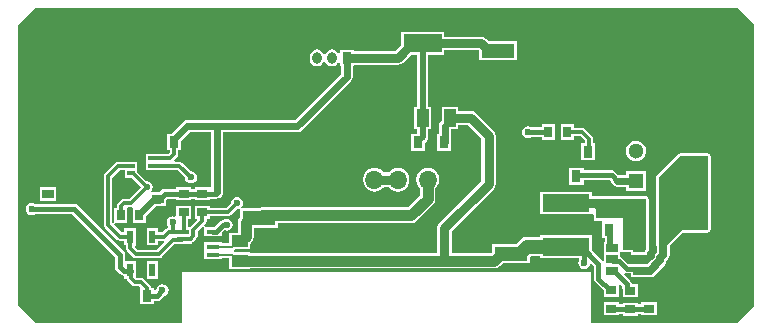
<source format=gbr>
%TF.GenerationSoftware,Altium Limited,Altium Designer,20.2.4 (192)*%
G04 Layer_Physical_Order=1*
G04 Layer_Color=255*
%FSLAX26Y26*%
%MOIN*%
%TF.SameCoordinates,9C3109D4-F3AC-4D1D-A7B6-62ECB7B5C8B4*%
%TF.FilePolarity,Positive*%
%TF.FileFunction,Copper,L1,Top,Signal*%
%TF.Part,Single*%
G01*
G75*
%TA.AperFunction,SMDPad,CuDef*%
%ADD10R,0.025591X0.011811*%
%ADD11R,0.031496X0.039370*%
%ADD12R,0.110630X0.048819*%
%ADD13R,0.030000X0.038433*%
%ADD14R,0.038433X0.030000*%
%ADD15R,0.027559X0.035433*%
%ADD16R,0.023622X0.043307*%
%ADD17R,0.039000X0.059000*%
%ADD18R,0.129000X0.059000*%
%ADD19R,0.039370X0.027559*%
%ADD20R,0.042000X0.016535*%
%ADD21R,0.048819X0.110630*%
%ADD22R,0.157480X0.059055*%
%ADD23R,0.055118X0.039370*%
%ADD24R,0.035433X0.027559*%
%TA.AperFunction,Conductor*%
%ADD25C,0.023622*%
%ADD26C,0.011811*%
%ADD27C,0.017716*%
%ADD28C,0.015748*%
%ADD29C,0.031496*%
%ADD30C,0.035433*%
%ADD31C,0.021654*%
%ADD32C,0.029528*%
%ADD33C,0.047244*%
%ADD34C,0.015000*%
%ADD35C,0.019685*%
%ADD36C,0.027559*%
%ADD37C,0.007874*%
%TA.AperFunction,ComponentPad*%
%ADD38R,0.051181X0.051181*%
%ADD39C,0.051181*%
%TA.AperFunction,ViaPad*%
%ADD40C,0.137795*%
%TA.AperFunction,ComponentPad*%
%ADD41R,0.051181X0.068898*%
%ADD42O,0.059055X0.062992*%
%ADD43R,0.040000X0.031496*%
%ADD44O,0.040000X0.031496*%
%ADD45O,0.031496X0.040000*%
%ADD46R,0.031496X0.040000*%
%ADD47C,0.059055*%
%ADD48R,0.059055X0.059055*%
%TA.AperFunction,ViaPad*%
%ADD49C,0.275591*%
%ADD50C,0.023622*%
G36*
X2401575Y1055118D02*
X2455709Y1000984D01*
X2455708Y62992D01*
X2397638Y4921D01*
X1912402Y4921D01*
X1912402Y174213D01*
X548229Y174213D01*
X548228Y4922D01*
X62992D01*
X3937Y63977D01*
X3937Y1000000D01*
X59055Y1055118D01*
X2401575Y1055118D01*
D02*
G37*
%LPC*%
G36*
X1423752Y974366D02*
X1279004D01*
Y932260D01*
X1258605Y911861D01*
X1122244D01*
Y916654D01*
X1075000D01*
Y905072D01*
X1070000Y903556D01*
X1065652Y910062D01*
X1057839Y915283D01*
X1048622Y917116D01*
X1039405Y915283D01*
X1031591Y910062D01*
X1026370Y902248D01*
X1026171Y901245D01*
X1021073D01*
X1020874Y902248D01*
X1015653Y910062D01*
X1007839Y915283D01*
X998622Y917116D01*
X989405Y915283D01*
X981591Y910062D01*
X976370Y902248D01*
X974537Y893032D01*
Y884528D01*
X976370Y875311D01*
X981591Y867497D01*
X989405Y862276D01*
X998622Y860443D01*
X1007839Y862276D01*
X1015653Y867497D01*
X1020874Y875311D01*
X1021073Y876314D01*
X1026171D01*
X1026370Y875311D01*
X1031591Y867497D01*
X1039405Y862276D01*
X1048622Y860443D01*
X1057839Y862276D01*
X1065652Y867497D01*
X1070000Y874003D01*
X1075000Y872486D01*
Y860905D01*
X1078551D01*
Y835282D01*
X925273Y682004D01*
X567051D01*
X559370Y680476D01*
X552859Y676125D01*
X511680Y634946D01*
X499945D01*
Y614943D01*
X499934Y614886D01*
X499945Y614829D01*
Y580765D01*
X508769D01*
Y574717D01*
X503220Y569168D01*
X450197D01*
X448840Y568898D01*
X429528D01*
Y541339D01*
Y515748D01*
X448840D01*
X450197Y515478D01*
X534865D01*
X559424Y490920D01*
X559390Y490752D01*
X560918Y483071D01*
X565269Y476560D01*
X571780Y472209D01*
X579461Y470681D01*
X587142Y472209D01*
X593653Y476560D01*
X598004Y483071D01*
X599532Y490752D01*
X598004Y498432D01*
X593653Y504944D01*
X587142Y509295D01*
X579461Y510822D01*
X579293Y510789D01*
X550620Y539462D01*
X546062Y542508D01*
X540685Y543577D01*
X524438D01*
X522367Y548577D01*
X532753Y558963D01*
X535799Y563521D01*
X536868Y568898D01*
Y580765D01*
X545693D01*
Y612191D01*
X575365Y641862D01*
X647080D01*
Y459608D01*
X642716Y458071D01*
Y458071D01*
X591535D01*
Y453477D01*
X580315D01*
Y458071D01*
X529134D01*
Y453477D01*
X491405D01*
X484877Y452179D01*
X479342Y448481D01*
X471468Y440606D01*
X450095D01*
X447422Y445606D01*
X450136Y449669D01*
X451664Y457349D01*
X450136Y465030D01*
X445786Y471541D01*
X439274Y475892D01*
X431594Y477420D01*
X430911Y477284D01*
X400000Y508195D01*
Y543307D01*
X380688D01*
X379331Y543577D01*
X336946D01*
X331570Y542508D01*
X327012Y539462D01*
X293215Y505666D01*
X290170Y501108D01*
X289100Y495731D01*
Y332480D01*
X290170Y327104D01*
X293215Y322546D01*
X332388Y283373D01*
X336946Y280327D01*
X342323Y279258D01*
X356299D01*
Y263780D01*
X361935D01*
Y256496D01*
X363004Y251119D01*
X366050Y246561D01*
X386325Y226286D01*
X390883Y223240D01*
X396260Y222171D01*
X472441D01*
X477817Y223240D01*
X482375Y226286D01*
X524126Y268037D01*
X550000D01*
X551357Y268307D01*
X581236D01*
Y273427D01*
X583265Y273831D01*
X587823Y276877D01*
X588296Y277584D01*
X589004Y278058D01*
X597076Y286130D01*
X600122Y290688D01*
X601191Y296064D01*
Y309633D01*
X619018Y327459D01*
X623488Y324859D01*
X623488Y321729D01*
Y293898D01*
X681236D01*
Y304655D01*
X690767Y314185D01*
X691138Y313937D01*
X698819Y312409D01*
X706500Y313937D01*
X713011Y318288D01*
X717362Y324800D01*
X718890Y332480D01*
X717362Y340161D01*
X713011Y346672D01*
X706500Y351023D01*
X698819Y352551D01*
X691138Y351023D01*
X685726Y347407D01*
X685225D01*
X685224Y347407D01*
X679080Y346185D01*
X673871Y342704D01*
X657348Y326181D01*
X628289D01*
X624811Y326181D01*
X622210Y330652D01*
X627061Y335502D01*
X630106Y340060D01*
X631176Y345437D01*
Y352953D01*
X642716D01*
Y360557D01*
X701575D01*
X706951Y361626D01*
X711509Y364672D01*
X732312Y385475D01*
X732480Y385441D01*
X738898Y386718D01*
X742692Y384587D01*
X743898Y383452D01*
Y359294D01*
X743164Y358804D01*
X737508Y350339D01*
X735522Y340354D01*
Y306299D01*
X706693D01*
Y270901D01*
X698819D01*
X698818Y270901D01*
X681433D01*
Y275000D01*
X623685D01*
Y249409D01*
X623488D01*
Y217126D01*
X681236D01*
Y221225D01*
X706693D01*
Y185827D01*
X777559D01*
Y187294D01*
X1590394D01*
X1600379Y189280D01*
X1608843Y194936D01*
X1618396Y204488D01*
X1707874D01*
Y224129D01*
X1711820Y228075D01*
X1744095D01*
Y222441D01*
X1873707D01*
Y216126D01*
X1871221Y212405D01*
X1869693Y204724D01*
X1871221Y197044D01*
X1875572Y190532D01*
X1882083Y186181D01*
X1889764Y184654D01*
X1897445Y186181D01*
X1903956Y190532D01*
X1908307Y197044D01*
X1909165Y201359D01*
X1914591Y203005D01*
X1921333Y196263D01*
Y153543D01*
X1922526Y147544D01*
X1925924Y142459D01*
X1954724Y113659D01*
Y92520D01*
X2005905D01*
X2005906Y132087D01*
Y132336D01*
Y132336D01*
X2005906Y132785D01*
X2006748Y133134D01*
X2010905Y134856D01*
X2017415Y128346D01*
Y119862D01*
X2017717Y118347D01*
Y91929D01*
X2068898D01*
Y135236D01*
X2048687D01*
X2047572Y140837D01*
X2044175Y145923D01*
X2023003Y167094D01*
X2024998Y171644D01*
X2025308Y171860D01*
X2031027Y170722D01*
X2045654D01*
Y158465D01*
X2072080D01*
X2074213Y158040D01*
X2109252D01*
X2117701Y159721D01*
X2124863Y164507D01*
X2159312Y198956D01*
X2164098Y206118D01*
X2165732Y214335D01*
X2169155Y217757D01*
X2173940Y224920D01*
X2175621Y233369D01*
Y264661D01*
X2217892Y306932D01*
X2299614Y306932D01*
X2299615Y306932D01*
X2302687Y307543D01*
X2305291Y309284D01*
X2308827Y312819D01*
X2310567Y315424D01*
X2311178Y318496D01*
X2311176Y562651D01*
X2310565Y565723D01*
X2308825Y568328D01*
X2306220Y570068D01*
X2303148Y570679D01*
X2208834Y570679D01*
X2205762Y570068D01*
X2203157Y568328D01*
X2203157Y568327D01*
X2132119Y497287D01*
X2132118Y497287D01*
X2130378Y494683D01*
X2129767Y491610D01*
X2129767Y265748D01*
X2130378Y262676D01*
X2131466Y261048D01*
Y242514D01*
X2128089Y239137D01*
X2123304Y231975D01*
X2121669Y223758D01*
X2100107Y202196D01*
X2074213D01*
X2072080Y201772D01*
X2069448D01*
X2067933Y202073D01*
X2037520D01*
X2017269Y222324D01*
X2012184Y225722D01*
X2009465Y226263D01*
Y242218D01*
X2014465Y243735D01*
X2014992Y242945D01*
X2017597Y241205D01*
X2020669Y240594D01*
X2045654D01*
Y233268D01*
X2100772D01*
Y243095D01*
X2102134Y244005D01*
X2103874Y246610D01*
X2104485Y249682D01*
Y420276D01*
X2103874Y423348D01*
X2102134Y425952D01*
X2099529Y427693D01*
X2096457Y428304D01*
X1917323D01*
Y442913D01*
X1744095D01*
Y368110D01*
X1917323D01*
X1921106Y365172D01*
Y354331D01*
X1921717Y351258D01*
X1923457Y348654D01*
X1926062Y346913D01*
X1929134Y346302D01*
X1947940D01*
X1949748Y342051D01*
X1949748Y341302D01*
Y287870D01*
X1959200D01*
Y276575D01*
X1954347D01*
Y233268D01*
Y213479D01*
X1949347Y211962D01*
X1948092Y213840D01*
X1917323Y244609D01*
Y297244D01*
X1744095D01*
Y291610D01*
X1698661D01*
X1690439Y290528D01*
X1682777Y287354D01*
X1676198Y282306D01*
X1662947Y269055D01*
X1581496D01*
Y241388D01*
X1579586Y239478D01*
X1448251D01*
Y311613D01*
X1588487Y451848D01*
X1593708Y459662D01*
X1595542Y468879D01*
Y629346D01*
X1593708Y638563D01*
X1588487Y646377D01*
X1528841Y706023D01*
X1521028Y711244D01*
X1511811Y713077D01*
X1469252D01*
Y726366D01*
X1414504D01*
Y680002D01*
X1410627Y676125D01*
X1406276Y669614D01*
X1404748Y661933D01*
Y634374D01*
X1400929D01*
Y580193D01*
X1446677D01*
Y634374D01*
X1444890D01*
Y651618D01*
X1469252D01*
Y664907D01*
X1501835D01*
X1547372Y619370D01*
Y478855D01*
X1407136Y338619D01*
X1401915Y330806D01*
X1400082Y321589D01*
Y239478D01*
X777559D01*
Y240945D01*
X723723D01*
X722885Y241783D01*
X721307Y242838D01*
X721017Y247920D01*
X724503Y251181D01*
X777559D01*
Y270231D01*
X780064Y271905D01*
X785720Y280370D01*
X787706Y290354D01*
Y322638D01*
X870275D01*
Y338286D01*
X1312212D01*
X1322197Y340272D01*
X1330662Y345928D01*
X1386559Y401825D01*
X1392215Y410290D01*
X1394201Y420275D01*
Y453980D01*
X1394785Y454427D01*
X1400780Y462240D01*
X1404549Y471339D01*
X1405834Y481102D01*
Y485039D01*
X1404549Y494803D01*
X1400780Y503901D01*
X1394785Y511714D01*
X1386972Y517710D01*
X1377873Y521478D01*
X1368110Y522764D01*
X1358346Y521478D01*
X1349248Y517710D01*
X1341435Y511714D01*
X1335440Y503901D01*
X1331671Y494803D01*
X1330386Y485039D01*
Y481102D01*
X1331671Y471339D01*
X1335440Y462240D01*
X1341435Y454427D01*
X1342018Y453980D01*
Y431083D01*
X1301405Y390469D01*
X816543D01*
X806558Y388483D01*
X804644Y387205D01*
X749478D01*
X748277Y388967D01*
X747264Y392205D01*
X751023Y397831D01*
X752551Y405512D01*
X751023Y413192D01*
X746672Y419704D01*
X740161Y424055D01*
X732480Y425582D01*
X724799Y424055D01*
X718288Y419704D01*
X713937Y413192D01*
X712409Y405512D01*
X712443Y405344D01*
X695755Y388656D01*
X642716D01*
Y396260D01*
X591535D01*
Y352953D01*
X597702D01*
X599773Y347953D01*
X578001Y326181D01*
X568774D01*
Y352953D01*
X580315D01*
Y396260D01*
X529134D01*
Y362351D01*
X524134Y359266D01*
X518307Y360425D01*
X510626Y358897D01*
X504115Y354546D01*
X499764Y348035D01*
X498236Y340354D01*
X499764Y332673D01*
X502614Y328408D01*
X501274Y323471D01*
X500839Y322821D01*
X500811Y322792D01*
X496593Y319974D01*
X483976Y307357D01*
X470472D01*
Y322835D01*
X431102D01*
Y263780D01*
X470472D01*
Y279258D01*
X488538D01*
X490372Y276190D01*
X490716Y274365D01*
X466621Y250270D01*
X402079D01*
X393570Y258780D01*
X395641Y263780D01*
X395669D01*
Y322835D01*
X356299D01*
Y307357D01*
X348142D01*
X323181Y332317D01*
X323172Y334040D01*
X327855Y338787D01*
X366732Y338787D01*
Y389968D01*
X371113Y391462D01*
X379139D01*
X381009Y391834D01*
X385236Y387577D01*
Y338787D01*
X428543D01*
Y361584D01*
X461432Y394473D01*
X469531D01*
X471470Y394858D01*
X495594D01*
Y416480D01*
X498472Y419357D01*
X529134D01*
Y414764D01*
X580315D01*
Y419357D01*
X591535D01*
Y414764D01*
X642716D01*
Y419357D01*
X661961D01*
X668490Y420656D01*
X670932Y422288D01*
X674831Y423063D01*
X681342Y427414D01*
X685693Y433926D01*
X687221Y441606D01*
Y641862D01*
X933587D01*
X941267Y643390D01*
X947779Y647741D01*
X1112814Y812776D01*
X1117165Y819288D01*
X1118693Y826968D01*
Y860905D01*
X1122244D01*
Y865698D01*
X1268165D01*
X1276998Y867455D01*
X1284486Y872459D01*
X1311646Y899618D01*
X1332311D01*
Y726366D01*
X1324004D01*
Y651618D01*
X1332311D01*
Y634374D01*
X1312181D01*
Y580193D01*
X1357929D01*
Y604192D01*
X1364861Y611124D01*
X1368994Y617310D01*
X1370445Y624606D01*
Y651618D01*
X1378752D01*
Y726366D01*
X1370445D01*
Y899618D01*
X1423752D01*
Y913911D01*
X1537699D01*
X1539173Y912437D01*
Y880512D01*
X1665551D01*
Y945079D01*
X1571815D01*
X1563581Y953313D01*
X1556093Y958316D01*
X1547260Y960073D01*
X1423752D01*
Y974366D01*
D02*
G37*
G36*
X1792520Y667323D02*
X1749213D01*
Y658792D01*
X1712656D01*
X1710437Y660275D01*
X1702756Y661803D01*
X1695075Y660275D01*
X1688564Y655924D01*
X1684213Y649413D01*
X1682685Y641732D01*
X1684213Y634052D01*
X1688564Y627540D01*
X1695075Y623189D01*
X1702756Y621662D01*
X1710437Y623189D01*
X1712656Y624672D01*
X1749213D01*
Y616142D01*
X1792520D01*
Y667323D01*
D02*
G37*
G36*
X1854331D02*
X1811024D01*
Y616142D01*
X1854331D01*
Y627683D01*
X1877448D01*
X1891462Y613669D01*
Y604331D01*
X1877953D01*
Y549213D01*
X1925197D01*
Y604331D01*
X1919561D01*
Y619488D01*
X1918492Y624865D01*
X1915446Y629423D01*
X1893202Y651667D01*
X1888644Y654712D01*
X1883268Y655782D01*
X1854331D01*
Y667323D01*
D02*
G37*
G36*
X2062008Y613281D02*
X2053272Y612131D01*
X2045131Y608759D01*
X2038141Y603395D01*
X2032777Y596404D01*
X2029405Y588264D01*
X2028255Y579528D01*
X2029405Y570792D01*
X2032777Y562651D01*
X2038141Y555660D01*
X2045131Y550296D01*
X2053272Y546924D01*
X2062008Y545774D01*
X2070744Y546924D01*
X2078885Y550296D01*
X2085875Y555660D01*
X2091239Y562651D01*
X2094611Y570792D01*
X2095761Y579528D01*
X2094611Y588264D01*
X2091239Y596404D01*
X2085875Y603395D01*
X2078885Y608759D01*
X2070744Y612131D01*
X2062008Y613281D01*
D02*
G37*
G36*
X1269685Y522764D02*
X1259921Y521478D01*
X1250823Y517710D01*
X1243010Y511714D01*
X1239512Y507156D01*
X1221118D01*
X1217620Y511714D01*
X1209807Y517710D01*
X1200709Y521478D01*
X1190945Y522764D01*
X1181181Y521478D01*
X1172083Y517710D01*
X1164270Y511714D01*
X1158275Y503901D01*
X1154506Y494803D01*
X1153221Y485039D01*
Y481102D01*
X1154506Y471339D01*
X1158275Y462240D01*
X1164270Y454427D01*
X1172083Y448432D01*
X1181181Y444664D01*
X1190945Y443378D01*
X1200709Y444664D01*
X1209807Y448432D01*
X1217620Y454427D01*
X1221118Y458986D01*
X1239512D01*
X1243010Y454427D01*
X1250823Y448432D01*
X1259921Y444664D01*
X1269685Y443378D01*
X1279449Y444664D01*
X1288547Y448432D01*
X1296360Y454427D01*
X1302355Y462240D01*
X1306124Y471339D01*
X1307409Y481102D01*
Y485039D01*
X1306124Y494803D01*
X1302355Y503901D01*
X1296360Y511714D01*
X1288547Y517710D01*
X1279449Y521478D01*
X1269685Y522764D01*
D02*
G37*
G36*
X1887795Y521653D02*
X1840551D01*
Y466535D01*
X1887795D01*
Y481975D01*
X1974845D01*
X1980584Y476236D01*
X1981457Y471847D01*
X1985808Y465336D01*
X1992319Y460985D01*
X2000000Y459457D01*
X2028543D01*
Y446063D01*
X2095472D01*
Y512992D01*
X2028543D01*
Y499598D01*
X2002637D01*
X1992850Y509385D01*
X1987641Y512866D01*
X1981496Y514088D01*
X1981496Y514088D01*
X1887795D01*
Y521653D01*
D02*
G37*
G36*
X130236Y459252D02*
X74488D01*
Y412008D01*
X130236D01*
Y459252D01*
D02*
G37*
G36*
X470472Y212598D02*
X431102D01*
Y153543D01*
X470472D01*
Y212598D01*
D02*
G37*
G36*
X2131890Y74016D02*
X2080709D01*
Y68037D01*
X2068898D01*
Y73425D01*
X2017717D01*
Y68037D01*
X2005905D01*
Y74016D01*
X1954724D01*
Y30709D01*
X2005905D01*
Y36687D01*
X2017717D01*
Y30118D01*
X2068898D01*
Y36687D01*
X2080709D01*
Y30709D01*
X2131890D01*
Y74016D01*
D02*
G37*
G36*
X48307Y405512D02*
X40627Y403984D01*
X34115Y399633D01*
X29764Y393122D01*
X28237Y385441D01*
X29764Y377760D01*
X34115Y371249D01*
X40627Y366898D01*
X48307Y365370D01*
X55988Y366898D01*
X58207Y368381D01*
X183083D01*
X325263Y226201D01*
Y192913D01*
X326561Y186385D01*
X330260Y180850D01*
X343055Y168055D01*
X348589Y164357D01*
X355118Y163058D01*
X356299D01*
Y153543D01*
X365279D01*
X365957Y150136D01*
X369002Y145577D01*
X382782Y131798D01*
X387340Y128752D01*
X392717Y127683D01*
X407566D01*
X410877Y124373D01*
X409719Y121579D01*
X409719D01*
Y67398D01*
X455467D01*
Y77428D01*
X464567D01*
X471096Y78727D01*
X476630Y82425D01*
X489315Y95110D01*
X491933Y95630D01*
X498444Y99981D01*
X502795Y106493D01*
X504323Y114173D01*
X502795Y121854D01*
X498444Y128365D01*
X491933Y132716D01*
X484252Y134244D01*
X476571Y132716D01*
X470060Y128365D01*
X465709Y121854D01*
X465188Y119236D01*
X460467Y114515D01*
X455467Y116586D01*
Y121579D01*
X445643D01*
Y123525D01*
X444574Y128901D01*
X441528Y133459D01*
X423320Y151667D01*
X418762Y154712D01*
X413386Y155782D01*
X398536D01*
X395669Y158649D01*
Y178471D01*
X395997Y180118D01*
X395669Y181765D01*
Y212598D01*
X359383D01*
Y233268D01*
X358084Y239796D01*
X354386Y245331D01*
X202213Y397504D01*
X196678Y401202D01*
X190149Y402501D01*
X58207D01*
X55988Y403984D01*
X48307Y405512D01*
D02*
G37*
%LPD*%
G36*
X358661Y490158D02*
X377974D01*
X378380Y490077D01*
X411108Y457349D01*
X373320Y419561D01*
X355604D01*
X350228Y418492D01*
X345670Y415446D01*
X335144Y404921D01*
X332099Y400363D01*
X331029Y394986D01*
Y389968D01*
X323425D01*
Y343774D01*
X323425Y342933D01*
X323418Y342798D01*
X318899Y340047D01*
X317199Y341141D01*
Y489911D01*
X342766Y515478D01*
X358661D01*
Y490158D01*
D02*
G37*
G36*
X2303150Y318496D02*
X2299615Y314960D01*
X2214567Y314961D01*
X2165354Y265748D01*
X2137795D01*
X2137795Y491610D01*
X2208834Y562651D01*
X2303148Y562651D01*
X2303150Y318496D01*
D02*
G37*
G36*
X2096457Y249682D02*
X2093898Y248622D01*
X2020669D01*
Y354921D01*
X2020079Y354331D01*
X1929134D01*
Y383858D01*
X1923228Y389764D01*
X1886838D01*
X1883337Y393333D01*
X1883858Y420276D01*
X2096457D01*
Y249682D01*
D02*
G37*
D10*
X450197Y503937D02*
D03*
Y529528D02*
D03*
Y555118D02*
D03*
X379331Y503937D02*
D03*
Y529528D02*
D03*
Y555118D02*
D03*
D11*
X1901575Y576772D02*
D03*
X1826772D02*
D03*
X1864173Y494094D02*
D03*
D12*
X1602362Y912795D02*
D03*
Y795866D02*
D03*
X807087Y471850D02*
D03*
Y354921D02*
D03*
X1644685Y353701D02*
D03*
Y236772D02*
D03*
D13*
X522819Y607855D02*
D03*
X586630D02*
D03*
X1423803Y607284D02*
D03*
X1487614D02*
D03*
X432594Y94488D02*
D03*
X368783D02*
D03*
X1335055Y607284D02*
D03*
X1271244D02*
D03*
X2036433Y314961D02*
D03*
X1972622D02*
D03*
D14*
X468504Y417732D02*
D03*
Y353921D02*
D03*
D15*
X406890Y364378D02*
D03*
X345079D02*
D03*
X1770866Y641732D02*
D03*
X1832677D02*
D03*
D16*
X450787Y293307D02*
D03*
X413386D02*
D03*
X375984D02*
D03*
X450787Y183071D02*
D03*
X375984D02*
D03*
D17*
X1441878Y688992D02*
D03*
X1260878D02*
D03*
X1351378D02*
D03*
D18*
Y936992D02*
D03*
D19*
X1981906Y254921D02*
D03*
Y217520D02*
D03*
Y180118D02*
D03*
X2073213Y254921D02*
D03*
Y217520D02*
D03*
Y180118D02*
D03*
D20*
X652362Y233268D02*
D03*
X652559Y258858D02*
D03*
X652362Y284449D02*
D03*
Y310039D02*
D03*
X552362D02*
D03*
Y284449D02*
D03*
Y258858D02*
D03*
Y233268D02*
D03*
D21*
X2276181Y384646D02*
D03*
X2393110D02*
D03*
D22*
X1830709Y259842D02*
D03*
Y405512D02*
D03*
D23*
X742126Y213386D02*
D03*
Y278740D02*
D03*
D24*
X554724Y374606D02*
D03*
Y436417D02*
D03*
X617126D02*
D03*
Y374606D02*
D03*
X1980315Y114173D02*
D03*
Y52362D02*
D03*
X2106299Y114173D02*
D03*
Y52362D02*
D03*
X2043307Y113583D02*
D03*
Y51772D02*
D03*
D25*
X667150Y441606D02*
Y661933D01*
X567051D02*
X667150D01*
X933587D01*
X522819Y606855D02*
X523819Y607855D01*
X520004Y614886D02*
X567051Y661933D01*
X2000000Y479528D02*
X2062008D01*
X1424167Y606647D02*
X1424819Y607299D01*
Y661933D01*
X1441878Y678992D01*
X933587Y661933D02*
X1098622Y826968D01*
Y888779D01*
X453118Y414543D02*
X469531D01*
X471720Y416732D01*
X406890Y364378D02*
Y368315D01*
X453118Y414543D01*
X1441878Y678992D02*
Y688992D01*
X838583Y213583D02*
Y214567D01*
X840459Y216444D01*
X2260433Y367323D02*
Y367913D01*
X2177165Y299213D02*
Y418943D01*
X2153543Y275591D02*
X2177165Y299213D01*
X742126Y215158D02*
X743898Y213386D01*
D26*
X540685Y529528D02*
X579461Y490752D01*
X379331Y503937D02*
X384389D01*
X355604Y405512D02*
X379139D01*
X430977Y457349D02*
X431594D01*
X379139Y405512D02*
X430977Y457349D01*
X384389Y503937D02*
X430977Y457349D01*
X336946Y529528D02*
X379331D01*
X303150Y332480D02*
Y495731D01*
X336946Y529528D01*
X345079Y394986D02*
X355604Y405512D01*
X345079Y364378D02*
Y394986D01*
X450197Y529528D02*
X540685D01*
X522819Y568898D02*
Y606855D01*
X450197Y555118D02*
X509039D01*
X522819Y568898D01*
X518307Y310039D02*
X552362D01*
X506527D02*
X518307D01*
Y340354D01*
X378937Y155512D02*
Y180118D01*
Y155512D02*
X392717Y141732D01*
X413386D01*
X431594Y94488D02*
Y123525D01*
X413386Y141732D02*
X431594Y123525D01*
X303150Y332480D02*
X342323Y293307D01*
X375984D01*
Y256496D02*
Y293307D01*
X396260Y236220D02*
X472441D01*
X375984Y256496D02*
X396260Y236220D01*
X550000Y282087D02*
X552362Y284449D01*
X518307Y282087D02*
X550000D01*
X472441Y236220D02*
X518307Y282087D01*
X489795Y293307D02*
X506527Y310039D01*
X450787Y293307D02*
X489795D01*
X617126Y374606D02*
X701575D01*
X732480Y405512D01*
X552362Y310039D02*
X554724Y312401D01*
Y374606D01*
X617126Y345437D02*
Y374606D01*
X587142Y315452D02*
X617126Y345437D01*
X587142Y296064D02*
Y315452D01*
X550000Y235630D02*
X552362Y233268D01*
X550000Y256496D02*
X552362Y258858D01*
X579070Y287992D02*
X587142Y296064D01*
X577889Y287992D02*
X579070D01*
X577889Y286811D02*
Y287992D01*
X554724Y286811D02*
X577889D01*
X552362Y284449D02*
X554724Y286811D01*
X2057874Y567913D02*
X2063976Y561811D01*
X1905512Y582677D02*
Y619488D01*
Y582677D02*
X1907480Y580709D01*
X1883268Y641732D02*
X1905512Y619488D01*
X1832677Y641732D02*
X1883268D01*
D27*
X48307Y385441D02*
X190149D01*
X342323Y233268D01*
X98110Y435630D02*
X102362D01*
X342323Y192913D02*
Y233268D01*
Y192913D02*
X355118Y180118D01*
X373031D01*
X697689Y331350D02*
X698819Y332480D01*
X373031Y180118D02*
X375984Y183071D01*
X378937Y180118D01*
X431594Y94488D02*
X464567D01*
X484252Y114173D01*
X661961Y436417D02*
X667150Y441606D01*
X617126Y436417D02*
X661961D01*
X554724D02*
X617126D01*
X491405D02*
X554724D01*
X471720Y416732D02*
X491405Y436417D01*
X1702756Y641732D02*
X1770866D01*
D28*
X685224Y331350D02*
X697689D01*
X1981496Y498031D02*
X2000000Y479528D01*
X652362Y310039D02*
X663913D01*
X685224Y331350D01*
X1889764Y204724D02*
Y238189D01*
X1864173Y263779D02*
X1889764Y238189D01*
X1830709Y263779D02*
X1864173D01*
X1870079Y498031D02*
X1981496D01*
D29*
X1441878Y688992D02*
X1511811D01*
X1571457Y629346D01*
Y468879D02*
Y629346D01*
X1424167Y321589D02*
X1571457Y468879D01*
X1424167Y213386D02*
Y321589D01*
X1190945Y483071D02*
X1269685D01*
D30*
X1424167Y213386D02*
X1590394D01*
X743898D02*
X1424167D01*
X1590394D02*
X1613780Y236772D01*
X1644685D01*
X1675591D01*
X1826772Y259842D02*
X1830709Y263779D01*
X1312212Y364378D02*
X1368110Y420275D01*
X816543Y364378D02*
X1312212D01*
X807087Y354921D02*
X816543Y364378D01*
X1368110Y420275D02*
Y483071D01*
X761614Y290354D02*
Y340354D01*
D31*
X1351378Y688992D02*
Y936992D01*
X1334055Y607284D02*
X1351378Y624606D01*
Y688992D01*
D32*
X1098622Y888779D02*
X1268165D01*
X1316378Y936992D01*
X1351378D01*
X1547260D01*
X1571457Y912795D01*
X1602362D01*
D33*
X1698661Y259842D02*
X1826772D01*
X1675591Y236772D02*
X1698661Y259842D01*
D34*
X1973622Y314961D02*
Y326772D01*
X2114547Y248405D02*
X2118110Y251969D01*
X2114547Y229705D02*
Y248405D01*
X2102362Y217520D02*
X2114547Y229705D01*
X1864173Y263779D02*
X1875984D01*
X2033091Y119862D02*
Y134839D01*
X1987811Y180118D02*
X2033091Y134839D01*
X2067787Y261201D02*
X2074067Y254921D01*
X2067787Y261201D02*
Y291201D01*
X1980906Y180118D02*
X1987811D01*
X2031027Y186398D02*
X2067933D01*
X2006185Y211240D02*
X2031027Y186398D01*
X2035433Y326772D02*
Y366142D01*
X2000000Y401575D02*
X2035433Y366142D01*
Y323555D02*
X2067787Y291201D01*
X1830709Y401575D02*
X2000000D01*
X2033091Y119862D02*
X2039370Y113583D01*
X1980906Y217520D02*
X1987185Y211240D01*
X2039370Y113583D02*
X2043307D01*
X1987185Y211240D02*
X2006185D01*
X2074067Y254921D02*
X2074213D01*
X2110877Y109595D02*
X2126625D01*
X2106299Y114173D02*
X2110877Y109595D01*
X2126625D02*
X2149606Y86614D01*
X1980315Y52362D02*
X2106299D01*
X1937008Y153543D02*
Y202756D01*
X1875984Y263779D02*
X1937008Y202756D01*
Y153543D02*
X1976378Y114173D01*
X1980315D01*
X1977264Y258563D02*
X1980906Y254921D01*
X2035433Y323555D02*
Y326772D01*
X2074213Y217520D02*
X2102362D01*
X2067933Y186398D02*
X2074213Y180118D01*
D35*
X1973622Y314961D02*
X1977264Y311319D01*
Y258563D02*
Y311319D01*
X776181Y354921D02*
X807087D01*
X742126Y276969D02*
X748228D01*
X761614Y290354D01*
Y340354D02*
X776181Y354921D01*
D36*
X2245276Y367323D02*
X2260433D01*
X2153543Y233369D02*
Y275591D01*
X2143701Y223526D02*
X2153543Y233369D01*
X2143701Y214567D02*
Y223526D01*
X2109252Y180118D02*
X2143701Y214567D01*
X2074213Y180118D02*
X2109252D01*
D37*
X714370Y258858D02*
X732480Y276969D01*
X698819Y258858D02*
X714370D01*
X698819Y258858D02*
X698819Y258858D01*
X652559Y258858D02*
X698819D01*
X714370Y233268D02*
X732480Y215158D01*
X652362Y233268D02*
X714370D01*
X732480Y215158D02*
X742126D01*
X732480Y276969D02*
X742126D01*
D38*
X2062008Y479528D02*
D03*
D39*
Y579528D02*
D03*
D40*
X157480Y901575D02*
D03*
D41*
X948819Y293307D02*
D03*
X1511811D02*
D03*
X1482284Y508268D02*
D03*
X978346D02*
D03*
D42*
X1368110Y483071D02*
D03*
X1269685D02*
D03*
X1190945D02*
D03*
X1092520D02*
D03*
D43*
X102362Y435630D02*
D03*
D44*
Y485630D02*
D03*
D45*
X948622Y888779D02*
D03*
X998622D02*
D03*
X1048622D02*
D03*
D46*
X1098622D02*
D03*
D47*
X2230314Y517913D02*
D03*
D48*
Y617913D02*
D03*
D49*
X2303150Y901575D02*
D03*
Y157480D02*
D03*
X157480D02*
D03*
D50*
X1410627Y542508D02*
D03*
X1316378D02*
D03*
X1341435Y1003937D02*
D03*
X1481791D02*
D03*
X1201078D02*
D03*
X1076471D02*
D03*
X874409Y862276D02*
D03*
X807087Y860443D02*
D03*
X729901Y937008D02*
D03*
X748032Y524221D02*
D03*
X1742290Y500991D02*
D03*
X1644685Y638563D02*
D03*
Y748032D02*
D03*
X1563581D02*
D03*
X1603928Y988189D02*
D03*
X1039405Y621335D02*
D03*
X989368D02*
D03*
X1092520Y687992D02*
D03*
Y752953D02*
D03*
X579461Y787402D02*
D03*
X401575Y763779D02*
D03*
X322835Y137795D02*
D03*
X207360Y268102D02*
D03*
X627061Y606647D02*
D03*
X555714Y991119D02*
D03*
Y892923D02*
D03*
X439274D02*
D03*
Y991119D02*
D03*
X1884641Y888779D02*
D03*
X1882646Y779528D02*
D03*
X1884641Y988189D02*
D03*
X1742290Y779528D02*
D03*
X1744284Y888779D02*
D03*
Y988189D02*
D03*
X2024998Y651618D02*
D03*
X2114547Y711244D02*
D03*
X2165354Y988189D02*
D03*
Y779528D02*
D03*
X2023003D02*
D03*
X2024998Y888779D02*
D03*
X1909165Y711244D02*
D03*
X2245276D02*
D03*
X2024998Y988189D02*
D03*
X2165354Y899618D02*
D03*
X2214567Y811024D02*
D03*
X2287402Y779528D02*
D03*
X2377953Y748032D02*
D03*
Y634374D02*
D03*
Y517913D02*
D03*
X2137795Y545774D02*
D03*
X2096457Y140837D02*
D03*
X1937008Y86614D02*
D03*
X1864173Y330806D02*
D03*
X2230314Y262676D02*
D03*
X2177165Y158465D02*
D03*
X2260433Y36687D02*
D03*
X1644685Y500991D02*
D03*
Y441606D02*
D03*
X1456693Y826968D02*
D03*
X1279004Y787402D02*
D03*
X1230315Y606647D02*
D03*
X1092520Y621335D02*
D03*
X1169291Y763779D02*
D03*
X701575Y726366D02*
D03*
X602362Y204724D02*
D03*
X387340Y34449D02*
D03*
X255905Y82425D02*
D03*
X59055Y293898D02*
D03*
X114173Y657480D02*
D03*
X401575Y637795D02*
D03*
X322835Y991119D02*
D03*
Y892923D02*
D03*
X157480Y775122D02*
D03*
X87205Y788667D02*
D03*
X579461Y490752D02*
D03*
X48307Y385441D02*
D03*
X431594Y457349D02*
D03*
X1595666Y399106D02*
D03*
X518307Y340354D02*
D03*
X484252Y114173D02*
D03*
X667150Y441606D02*
D03*
X698819Y332480D02*
D03*
X1702756Y641732D02*
D03*
X732480Y405512D02*
D03*
X2377953Y297244D02*
D03*
X2409449D02*
D03*
X1230473Y423228D02*
D03*
X1308071Y292165D02*
D03*
X1157480Y291339D02*
D03*
X1694882Y399028D02*
D03*
X1659449D02*
D03*
X1627953Y399106D02*
D03*
X1737205Y204724D02*
D03*
X1889764D02*
D03*
X2149606Y86614D02*
D03*
X2118110Y251969D02*
D03*
%TF.MD5,cb143d2b8da596b4044b5434e5cca58d*%
M02*

</source>
